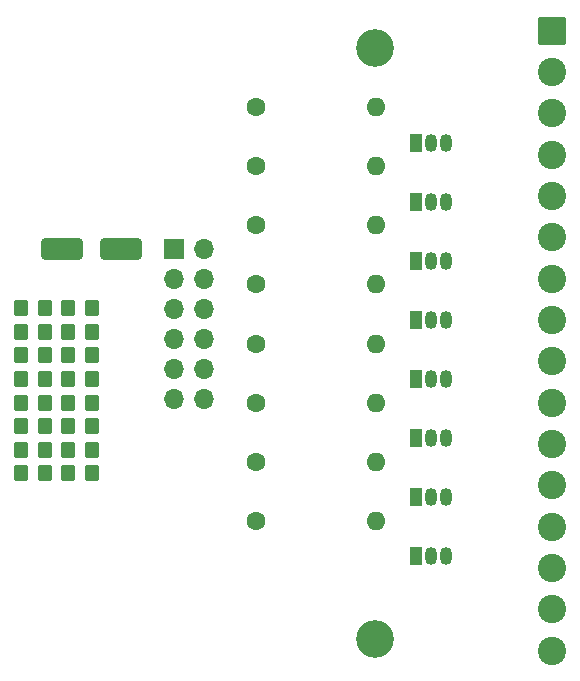
<source format=gbr>
%TF.GenerationSoftware,KiCad,Pcbnew,9.0.0*%
%TF.CreationDate,2025-03-23T16:41:57-07:00*%
%TF.ProjectId,Lights,4c696768-7473-42e6-9b69-6361645f7063,n/c*%
%TF.SameCoordinates,Original*%
%TF.FileFunction,Soldermask,Top*%
%TF.FilePolarity,Negative*%
%FSLAX46Y46*%
G04 Gerber Fmt 4.6, Leading zero omitted, Abs format (unit mm)*
G04 Created by KiCad (PCBNEW 9.0.0) date 2025-03-23 16:41:57*
%MOMM*%
%LPD*%
G01*
G04 APERTURE LIST*
G04 Aperture macros list*
%AMRoundRect*
0 Rectangle with rounded corners*
0 $1 Rounding radius*
0 $2 $3 $4 $5 $6 $7 $8 $9 X,Y pos of 4 corners*
0 Add a 4 corners polygon primitive as box body*
4,1,4,$2,$3,$4,$5,$6,$7,$8,$9,$2,$3,0*
0 Add four circle primitives for the rounded corners*
1,1,$1+$1,$2,$3*
1,1,$1+$1,$4,$5*
1,1,$1+$1,$6,$7*
1,1,$1+$1,$8,$9*
0 Add four rect primitives between the rounded corners*
20,1,$1+$1,$2,$3,$4,$5,0*
20,1,$1+$1,$4,$5,$6,$7,0*
20,1,$1+$1,$6,$7,$8,$9,0*
20,1,$1+$1,$8,$9,$2,$3,0*%
G04 Aperture macros list end*
%ADD10C,1.600000*%
%ADD11O,1.600000X1.600000*%
%ADD12RoundRect,0.250000X0.350000X0.450000X-0.350000X0.450000X-0.350000X-0.450000X0.350000X-0.450000X0*%
%ADD13R,1.050000X1.500000*%
%ADD14O,1.050000X1.500000*%
%ADD15RoundRect,0.250001X-0.949999X0.949999X-0.949999X-0.949999X0.949999X-0.949999X0.949999X0.949999X0*%
%ADD16C,2.400000*%
%ADD17R,1.700000X1.700000*%
%ADD18O,1.700000X1.700000*%
%ADD19C,3.200000*%
%ADD20RoundRect,0.250000X-1.500000X-0.650000X1.500000X-0.650000X1.500000X0.650000X-1.500000X0.650000X0*%
G04 APERTURE END LIST*
D10*
%TO.C,R24*%
X179920000Y-80000000D03*
D11*
X190080000Y-80000000D03*
%TD*%
D10*
%TO.C,R23*%
X179920000Y-75000000D03*
D11*
X190080000Y-75000000D03*
%TD*%
D10*
%TO.C,R22*%
X179920000Y-70000000D03*
D11*
X190080000Y-70000000D03*
%TD*%
D10*
%TO.C,R21*%
X179920000Y-65000000D03*
D11*
X190080000Y-65000000D03*
%TD*%
D10*
%TO.C,R20*%
X179920000Y-60000000D03*
D11*
X190080000Y-60000000D03*
%TD*%
D10*
%TO.C,R19*%
X179920000Y-55000000D03*
D11*
X190080000Y-55000000D03*
%TD*%
D10*
%TO.C,R18*%
X179920000Y-50000000D03*
D11*
X190080000Y-50000000D03*
%TD*%
D10*
%TO.C,R17*%
X179920000Y-45000000D03*
D11*
X190080000Y-45000000D03*
%TD*%
D12*
%TO.C,R16*%
X162000000Y-76000000D03*
X160000000Y-76000000D03*
%TD*%
%TO.C,R15*%
X162000000Y-74000000D03*
X160000000Y-74000000D03*
%TD*%
%TO.C,R14*%
X162000000Y-72000000D03*
X160000000Y-72000000D03*
%TD*%
%TO.C,R13*%
X162000000Y-70000000D03*
X160000000Y-70000000D03*
%TD*%
%TO.C,R12*%
X162000000Y-68000000D03*
X160000000Y-68000000D03*
%TD*%
%TO.C,R11*%
X162000000Y-66000000D03*
X160000000Y-66000000D03*
%TD*%
%TO.C,R10*%
X162000000Y-64000000D03*
X160000000Y-64000000D03*
%TD*%
%TO.C,R9*%
X162000000Y-62000000D03*
X160000000Y-62000000D03*
%TD*%
%TO.C,R8*%
X166000000Y-76000000D03*
X164000000Y-76000000D03*
%TD*%
%TO.C,R7*%
X166000000Y-74000000D03*
X164000000Y-74000000D03*
%TD*%
%TO.C,R6*%
X166000000Y-72000000D03*
X164000000Y-72000000D03*
%TD*%
%TO.C,R5*%
X166000000Y-70000000D03*
X164000000Y-70000000D03*
%TD*%
%TO.C,R4*%
X166000000Y-68000000D03*
X164000000Y-68000000D03*
%TD*%
%TO.C,R3*%
X166000000Y-66000000D03*
X164000000Y-66000000D03*
%TD*%
%TO.C,R2*%
X166000000Y-64000000D03*
X164000000Y-64000000D03*
%TD*%
%TO.C,R1*%
X166000000Y-62000000D03*
X164000000Y-62000000D03*
%TD*%
D13*
%TO.C,Q8*%
X193460000Y-83000000D03*
D14*
X194730000Y-83000000D03*
X196000000Y-83000000D03*
%TD*%
D13*
%TO.C,Q7*%
X193460000Y-78000000D03*
D14*
X194730000Y-78000000D03*
X196000000Y-78000000D03*
%TD*%
D13*
%TO.C,Q6*%
X193460000Y-73000000D03*
D14*
X194730000Y-73000000D03*
X196000000Y-73000000D03*
%TD*%
D13*
%TO.C,Q5*%
X193460000Y-68000000D03*
D14*
X194730000Y-68000000D03*
X196000000Y-68000000D03*
%TD*%
D13*
%TO.C,Q4*%
X193460000Y-63000000D03*
D14*
X194730000Y-63000000D03*
X196000000Y-63000000D03*
%TD*%
D13*
%TO.C,Q3*%
X193460000Y-58000000D03*
D14*
X194730000Y-58000000D03*
X196000000Y-58000000D03*
%TD*%
D13*
%TO.C,Q2*%
X193460000Y-53000000D03*
D14*
X194730000Y-53000000D03*
X196000000Y-53000000D03*
%TD*%
D13*
%TO.C,Q1*%
X193460000Y-48000000D03*
D14*
X194730000Y-48000000D03*
X196000000Y-48000000D03*
%TD*%
D15*
%TO.C,J2*%
X205000000Y-38500000D03*
D16*
X205000000Y-42000000D03*
X205000000Y-45500000D03*
X205000000Y-49000000D03*
X205000000Y-52500000D03*
X205000000Y-56000000D03*
X205000000Y-59500000D03*
X205000000Y-63000000D03*
X205000000Y-66500000D03*
X205000000Y-70000000D03*
X205000000Y-73500000D03*
X205000000Y-77000000D03*
X205000000Y-80500000D03*
X205000000Y-84000000D03*
X205000000Y-87500000D03*
X205000000Y-91000000D03*
%TD*%
D17*
%TO.C,J1*%
X173000000Y-57000000D03*
D18*
X175540000Y-57000000D03*
X173000000Y-59540000D03*
X175540000Y-59540000D03*
X173000000Y-62080000D03*
X175540000Y-62080000D03*
X173000000Y-64620000D03*
X175540000Y-64620000D03*
X173000000Y-67160000D03*
X175540000Y-67160000D03*
X173000000Y-69700000D03*
X175540000Y-69700000D03*
%TD*%
D19*
%TO.C,H2*%
X190000000Y-90000000D03*
%TD*%
%TO.C,H1*%
X190000000Y-40000000D03*
%TD*%
D20*
%TO.C,D1*%
X163500000Y-57000000D03*
X168500000Y-57000000D03*
%TD*%
M02*

</source>
